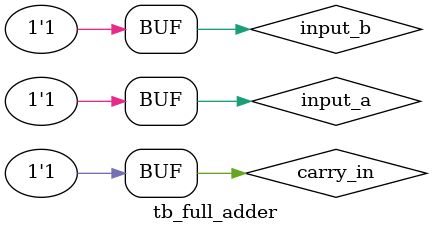
<source format=v>
`timescale 1ns / 1ps


/* 

    * Assignment - 3
    * Problem - 1.b
    * Semester - 5 (Autumn)
    * Group - 56
    * Group members - Utsav Mehta (20CS10069) and Vibhu (20CS10072)

*/

module tb_full_adder;

    // Inputs and Outputs
    reg input_a, input_b, carry_in;
    wire sum, carry_out;

    // Module Instantiations (Unit Under Test)
    full_adder f_a(input_a, input_b, carry_in, sum, carry_out);

    initial begin
        
        $monitor ("a = %d, b = %d, carry_in = %d, sum = %d, carry_out = %d", input_a, input_b, carry_in, sum, carry_out);

        // Input values initialization
        input_a = 0;
		  input_b = 0;
		  carry_in = 0;
        #50;
        input_a = 0; 
		  input_b = 0;
		  carry_in = 1;
        #50;
        input_a = 0; 
		  input_b = 1;
		  carry_in = 0;
        #50;
        input_a = 0;
		  input_b = 1;
		  carry_in = 1;
        #50;
        input_a = 1;
		  input_b = 0;
		  carry_in = 0;
        #50;
        input_a = 1;
		  input_b = 0;
		  carry_in = 1;
        #50;
        input_a = 1;
		  input_b = 1;
		  carry_in = 0;
        #50;
        input_a = 1;
		  input_b = 1;
		  carry_in = 1;

    end

endmodule
</source>
